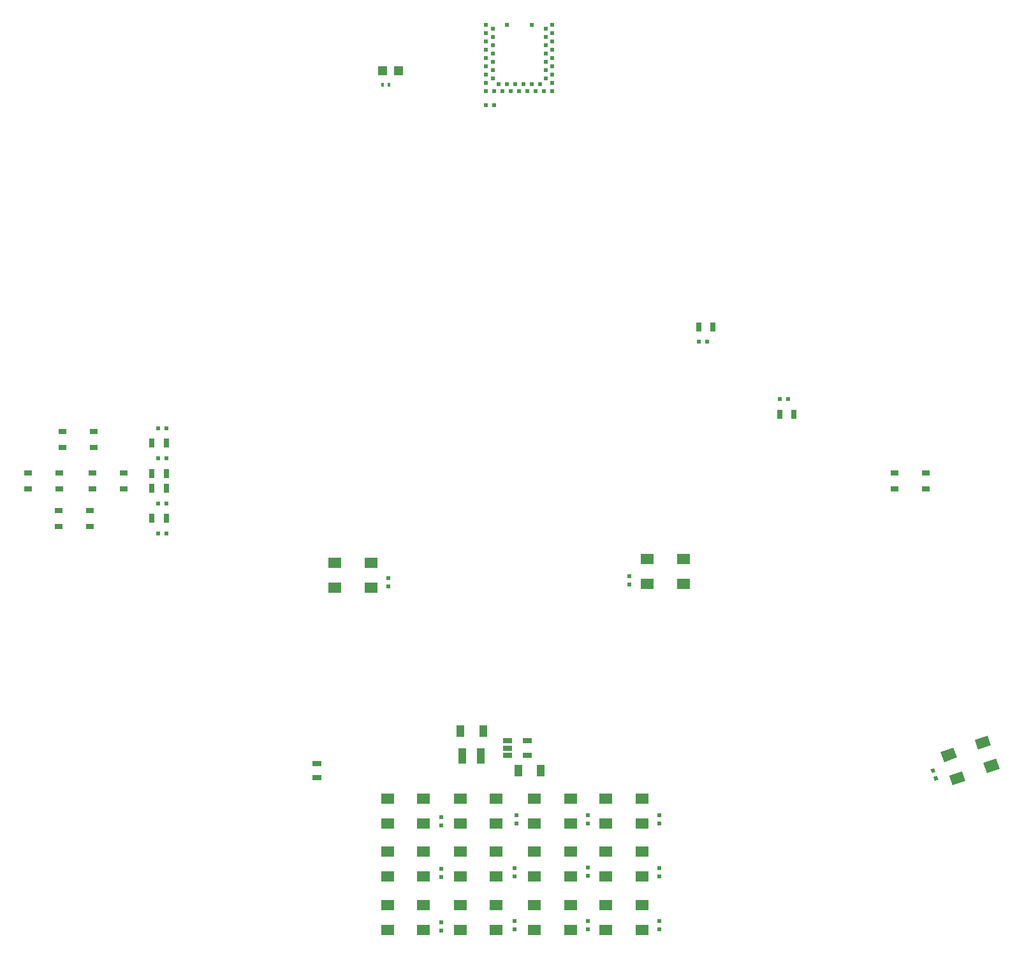
<source format=gtp>
G04 #@! TF.FileFunction,Paste,Top*
%FSLAX46Y46*%
G04 Gerber Fmt 4.6, Leading zero omitted, Abs format (unit mm)*
G04 Created by KiCad (PCBNEW 4.0.6-e0-6349~52~ubuntu16.10.1) date Sat Jun 17 22:57:17 2017*
%MOMM*%
%LPD*%
G01*
G04 APERTURE LIST*
%ADD10C,0.100000*%
%ADD11R,0.600000X0.500000*%
%ADD12R,1.000000X1.600000*%
%ADD13R,1.050000X2.100000*%
%ADD14R,0.700000X1.300000*%
%ADD15R,1.049020X0.647700*%
%ADD16R,1.200000X0.700000*%
%ADD17R,0.500000X0.500000*%
%ADD18R,1.198880X1.198880*%
%ADD19R,0.400000X0.600000*%
%ADD20R,0.500000X0.600000*%
%ADD21R,1.300000X0.700000*%
%ADD22R,1.800000X1.400000*%
G04 APERTURE END LIST*
D10*
D11*
X171750000Y-77650000D03*
X172850000Y-77650000D03*
D12*
X140000000Y-127000000D03*
X137000000Y-127000000D03*
D11*
X90250000Y-81500000D03*
X89150000Y-81500000D03*
X90250000Y-95500000D03*
X89150000Y-95500000D03*
X90250000Y-85500000D03*
X89150000Y-85500000D03*
X90250000Y-91500000D03*
X89150000Y-91500000D03*
D12*
X129300000Y-121750000D03*
X132300000Y-121750000D03*
D13*
X132025000Y-125000000D03*
X129575000Y-125000000D03*
D14*
X90250000Y-83500000D03*
X88350000Y-83500000D03*
X90250000Y-93500000D03*
X88350000Y-93500000D03*
X90250000Y-87500000D03*
X88350000Y-87500000D03*
X90250000Y-89500000D03*
X88350000Y-89500000D03*
X171700000Y-79650000D03*
X173600000Y-79650000D03*
X160950000Y-68050000D03*
X162850000Y-68050000D03*
D15*
X76427360Y-81925580D03*
X80572640Y-81925580D03*
X76427360Y-84074420D03*
X80572640Y-84074420D03*
X75927360Y-92425580D03*
X80072640Y-92425580D03*
X75927360Y-94574420D03*
X80072640Y-94574420D03*
X71927360Y-87425580D03*
X76072640Y-87425580D03*
X71927360Y-89574420D03*
X76072640Y-89574420D03*
X80427360Y-87425580D03*
X84572640Y-87425580D03*
X80427360Y-89574420D03*
X84572640Y-89574420D03*
X186927360Y-87425580D03*
X191072640Y-87425580D03*
X186927360Y-89574420D03*
X191072640Y-89574420D03*
D16*
X135600000Y-123050000D03*
X135600000Y-124000000D03*
X135600000Y-124950000D03*
X138200000Y-124950000D03*
X138200000Y-123050000D03*
D17*
X141500000Y-36700000D03*
X140400000Y-36700000D03*
X139300000Y-36700000D03*
X138200000Y-36700000D03*
X137100000Y-36700000D03*
X136000000Y-36700000D03*
X134900000Y-36700000D03*
X133800000Y-36700000D03*
X132700000Y-36700000D03*
X141500000Y-35600000D03*
X141500000Y-34500000D03*
X141500000Y-33400000D03*
X141500000Y-32300000D03*
X141500000Y-31200000D03*
X141500000Y-29000000D03*
X141500000Y-30100000D03*
X141500000Y-27900000D03*
X140600000Y-35050000D03*
X140600000Y-33950000D03*
X140600000Y-32850000D03*
X140600000Y-31750000D03*
X140600000Y-30650000D03*
X140600000Y-29550000D03*
X140600000Y-28450000D03*
X138750000Y-27900000D03*
X135450000Y-27900000D03*
X132700000Y-27900000D03*
X132700000Y-29000000D03*
X132700000Y-30100000D03*
X132700000Y-31200000D03*
X132700000Y-32300000D03*
X132700000Y-33400000D03*
X132700000Y-34500000D03*
X132700000Y-35600000D03*
X133600000Y-29550000D03*
X133600000Y-28450000D03*
X133600000Y-30650000D03*
X133600000Y-31750000D03*
X133600000Y-32850000D03*
X133600000Y-33950000D03*
X133600000Y-35050000D03*
X139850000Y-35800000D03*
X138750000Y-35800000D03*
X137650000Y-35800000D03*
X136550000Y-35800000D03*
X135450000Y-35800000D03*
X134350000Y-35800000D03*
D11*
X161000000Y-70050000D03*
X162100000Y-70050000D03*
D18*
X121049020Y-34000000D03*
X118950980Y-34000000D03*
D19*
X119850000Y-35900000D03*
X118950000Y-35900000D03*
D11*
X133800000Y-38600000D03*
X132700000Y-38600000D03*
D20*
X126750000Y-134250000D03*
X126750000Y-133150000D03*
X146250000Y-132950000D03*
X146250000Y-134050000D03*
X155750000Y-134000000D03*
X155750000Y-132900000D03*
X136500000Y-139950000D03*
X136500000Y-141050000D03*
X146250000Y-141000000D03*
X146250000Y-139900000D03*
X155750000Y-139950000D03*
X155750000Y-141050000D03*
X126750000Y-148250000D03*
X126750000Y-147150000D03*
X126750000Y-140000000D03*
X126750000Y-141100000D03*
X136500000Y-148050000D03*
X136500000Y-146950000D03*
X146250000Y-146950000D03*
X146250000Y-148050000D03*
X136750000Y-134000000D03*
X136750000Y-132900000D03*
D10*
G36*
X191724360Y-126786766D02*
X192194206Y-126615756D01*
X192399418Y-127179572D01*
X191929572Y-127350582D01*
X191724360Y-126786766D01*
X191724360Y-126786766D01*
G37*
G36*
X192100582Y-127820428D02*
X192570428Y-127649418D01*
X192775640Y-128213234D01*
X192305794Y-128384244D01*
X192100582Y-127820428D01*
X192100582Y-127820428D01*
G37*
D20*
X119750000Y-102550000D03*
X119750000Y-101450000D03*
X151750000Y-101200000D03*
X151750000Y-102300000D03*
X155750000Y-148050000D03*
X155750000Y-146950000D03*
D21*
X110250000Y-126050000D03*
X110250000Y-127950000D03*
D22*
X124400000Y-134000000D03*
X124400000Y-130700000D03*
X119600000Y-130700000D03*
X119600000Y-134000000D03*
X153399998Y-141050000D03*
X153399998Y-137750000D03*
X148599998Y-137750000D03*
X148599998Y-141050000D03*
D10*
G36*
X198725388Y-126008336D02*
X200416834Y-125392700D01*
X200895662Y-126708270D01*
X199204216Y-127323906D01*
X198725388Y-126008336D01*
X198725388Y-126008336D01*
G37*
G36*
X197596721Y-122907351D02*
X199288167Y-122291715D01*
X199766995Y-123607285D01*
X198075549Y-124222921D01*
X197596721Y-122907351D01*
X197596721Y-122907351D01*
G37*
G36*
X193086196Y-124549048D02*
X194777642Y-123933412D01*
X195256470Y-125248982D01*
X193565024Y-125864618D01*
X193086196Y-124549048D01*
X193086196Y-124549048D01*
G37*
G36*
X194214863Y-127650033D02*
X195906309Y-127034397D01*
X196385137Y-128349967D01*
X194693691Y-128965603D01*
X194214863Y-127650033D01*
X194214863Y-127650033D01*
G37*
D22*
X143900000Y-141050000D03*
X143900000Y-137750000D03*
X139100000Y-137750000D03*
X139100000Y-141050000D03*
X134066666Y-141050000D03*
X134066666Y-137750000D03*
X129266666Y-137750000D03*
X129266666Y-141050000D03*
X124400000Y-141050000D03*
X124400000Y-137750000D03*
X119600000Y-137750000D03*
X119600000Y-141050000D03*
X153399998Y-148150000D03*
X153399998Y-144850000D03*
X148599998Y-144850000D03*
X148599998Y-148150000D03*
X153399998Y-134000000D03*
X153399998Y-130700000D03*
X148599998Y-130700000D03*
X148599998Y-134000000D03*
X143900000Y-148150000D03*
X143900000Y-144850000D03*
X139100000Y-144850000D03*
X139100000Y-148150000D03*
X143900000Y-134000000D03*
X143900000Y-130700000D03*
X139100000Y-130700000D03*
X139100000Y-134000000D03*
X134066666Y-148150000D03*
X134066666Y-144850000D03*
X129266666Y-144850000D03*
X129266666Y-148150000D03*
X134066666Y-134000000D03*
X134066666Y-130700000D03*
X129266666Y-130700000D03*
X129266666Y-134000000D03*
X124400000Y-148150000D03*
X124400000Y-144850000D03*
X119600000Y-144850000D03*
X119600000Y-148150000D03*
X158900000Y-102150000D03*
X158900000Y-98850000D03*
X154100000Y-98850000D03*
X154100000Y-102150000D03*
X117400000Y-102650000D03*
X117400000Y-99350000D03*
X112600000Y-99350000D03*
X112600000Y-102650000D03*
M02*

</source>
